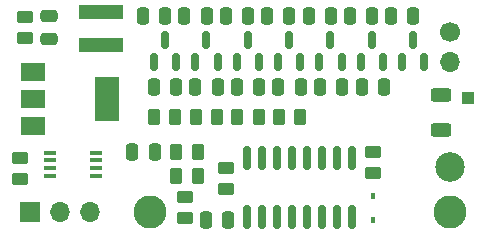
<source format=gbr>
%TF.GenerationSoftware,KiCad,Pcbnew,8.99.0-unknown-2123e2ca9c~177~ubuntu22.04.1*%
%TF.CreationDate,2024-04-04T17:44:23+09:00*%
%TF.ProjectId,SafePulse,53616665-5075-46c7-9365-2e6b69636164,V1.2.4*%
%TF.SameCoordinates,PX78d49e0PY49c7f08*%
%TF.FileFunction,Soldermask,Top*%
%TF.FilePolarity,Negative*%
%FSLAX46Y46*%
G04 Gerber Fmt 4.6, Leading zero omitted, Abs format (unit mm)*
G04 Created by KiCad (PCBNEW 8.99.0-unknown-2123e2ca9c~177~ubuntu22.04.1) date 2024-04-04 17:44:23*
%MOMM*%
%LPD*%
G01*
G04 APERTURE LIST*
G04 Aperture macros list*
%AMRoundRect*
0 Rectangle with rounded corners*
0 $1 Rounding radius*
0 $2 $3 $4 $5 $6 $7 $8 $9 X,Y pos of 4 corners*
0 Add a 4 corners polygon primitive as box body*
4,1,4,$2,$3,$4,$5,$6,$7,$8,$9,$2,$3,0*
0 Add four circle primitives for the rounded corners*
1,1,$1+$1,$2,$3*
1,1,$1+$1,$4,$5*
1,1,$1+$1,$6,$7*
1,1,$1+$1,$8,$9*
0 Add four rect primitives between the rounded corners*
20,1,$1+$1,$2,$3,$4,$5,0*
20,1,$1+$1,$4,$5,$6,$7,0*
20,1,$1+$1,$6,$7,$8,$9,0*
20,1,$1+$1,$8,$9,$2,$3,0*%
G04 Aperture macros list end*
%ADD10RoundRect,0.250000X-0.250000X-0.475000X0.250000X-0.475000X0.250000X0.475000X-0.250000X0.475000X0*%
%ADD11RoundRect,0.250000X0.450000X-0.262500X0.450000X0.262500X-0.450000X0.262500X-0.450000X-0.262500X0*%
%ADD12C,1.700000*%
%ADD13O,1.700000X1.700000*%
%ADD14C,2.500000*%
%ADD15C,2.800000*%
%ADD16RoundRect,0.150000X0.150000X-0.587500X0.150000X0.587500X-0.150000X0.587500X-0.150000X-0.587500X0*%
%ADD17RoundRect,0.250000X-0.450000X0.262500X-0.450000X-0.262500X0.450000X-0.262500X0.450000X0.262500X0*%
%ADD18RoundRect,0.250000X0.262500X0.450000X-0.262500X0.450000X-0.262500X-0.450000X0.262500X-0.450000X0*%
%ADD19RoundRect,0.250000X-0.475000X0.250000X-0.475000X-0.250000X0.475000X-0.250000X0.475000X0.250000X0*%
%ADD20R,1.700000X1.700000*%
%ADD21RoundRect,0.250000X-0.625000X0.312500X-0.625000X-0.312500X0.625000X-0.312500X0.625000X0.312500X0*%
%ADD22R,3.700000X1.200000*%
%ADD23RoundRect,0.250000X-0.262500X-0.450000X0.262500X-0.450000X0.262500X0.450000X-0.262500X0.450000X0*%
%ADD24RoundRect,0.150000X0.150000X-0.825000X0.150000X0.825000X-0.150000X0.825000X-0.150000X-0.825000X0*%
%ADD25R,2.000000X1.500000*%
%ADD26R,2.000000X3.800000*%
%ADD27R,0.450000X0.600000*%
%ADD28R,1.000000X1.000000*%
%ADD29RoundRect,0.250000X0.250000X0.475000X-0.250000X0.475000X-0.250000X-0.475000X0.250000X-0.475000X0*%
%ADD30R,1.075000X0.450000*%
G04 APERTURE END LIST*
D10*
%TO.C,C11*%
X19268666Y12315000D03*
X21168666Y12315000D03*
%TD*%
D11*
%TO.C,F1*%
X900000Y4537500D03*
X900000Y6362500D03*
%TD*%
D12*
%TO.C,two_pinheader1*%
X37360000Y17040000D03*
D13*
X37360000Y14500000D03*
%TD*%
D10*
%TO.C,C9*%
X15748333Y12315000D03*
X17648333Y12315000D03*
%TD*%
D14*
%TO.C,H2*%
X37360000Y5610000D03*
%TD*%
D15*
%TO.C,H4*%
X37360000Y1800000D03*
%TD*%
D16*
%TO.C,D8*%
X29750000Y14427500D03*
X31650000Y14427500D03*
X30700000Y16302500D03*
%TD*%
%TO.C,D4*%
X15750000Y14427500D03*
X17650000Y14427500D03*
X16700000Y16302500D03*
%TD*%
D10*
%TO.C,C12*%
X21830000Y18365000D03*
X23730000Y18365000D03*
%TD*%
%TO.C,C13*%
X22788999Y12315000D03*
X24688999Y12315000D03*
%TD*%
D17*
%TO.C,R17*%
X30820000Y6845000D03*
X30820000Y5020000D03*
%TD*%
D10*
%TO.C,C10*%
X18320000Y18355000D03*
X20220000Y18355000D03*
%TD*%
D16*
%TO.C,D3*%
X12228000Y14451500D03*
X14128000Y14451500D03*
X13178000Y16326500D03*
%TD*%
D18*
%TO.C,R8*%
X21124498Y9845000D03*
X19299498Y9845000D03*
%TD*%
D11*
%TO.C,FB2*%
X1320000Y16452500D03*
X1320000Y18277500D03*
%TD*%
D18*
%TO.C,R7*%
X24651499Y9845000D03*
X22826499Y9845000D03*
%TD*%
D17*
%TO.C,R6*%
X18320000Y5507500D03*
X18320000Y3682500D03*
%TD*%
D10*
%TO.C,C15*%
X26309332Y12315000D03*
X28209332Y12315000D03*
%TD*%
D16*
%TO.C,D6*%
X22750000Y14427500D03*
X24650000Y14427500D03*
X23700000Y16302500D03*
%TD*%
D15*
%TO.C,H1*%
X11960000Y1800000D03*
%TD*%
D16*
%TO.C,D7*%
X26250000Y14427500D03*
X28150000Y14427500D03*
X27200000Y16302500D03*
%TD*%
D10*
%TO.C,C6*%
X11330000Y18375000D03*
X13230000Y18375000D03*
%TD*%
D19*
%TO.C,C5*%
X3400000Y18315000D03*
X3400000Y16415000D03*
%TD*%
D20*
%TO.C,J1*%
X1800000Y1800000D03*
D13*
X4340000Y1800000D03*
X6880000Y1800000D03*
%TD*%
D21*
%TO.C,R1*%
X36598000Y11644500D03*
X36598000Y8719500D03*
%TD*%
D10*
%TO.C,C17*%
X29829665Y12315000D03*
X31729665Y12315000D03*
%TD*%
D18*
%TO.C,R18*%
X15982500Y4845000D03*
X14157500Y4845000D03*
%TD*%
D10*
%TO.C,C7*%
X12228000Y12315000D03*
X14128000Y12315000D03*
%TD*%
%TO.C,C14*%
X25360000Y18355000D03*
X27260000Y18355000D03*
%TD*%
D22*
%TO.C,L1*%
X7800000Y18665000D03*
X7800000Y15865000D03*
%TD*%
D11*
%TO.C,R11*%
X14850000Y1237500D03*
X14850000Y3062500D03*
%TD*%
D23*
%TO.C,R10*%
X12245500Y9845000D03*
X14070500Y9845000D03*
%TD*%
D10*
%TO.C,C18*%
X32320000Y18365000D03*
X34220000Y18365000D03*
%TD*%
D18*
%TO.C,R9*%
X17597499Y9845000D03*
X15772499Y9845000D03*
%TD*%
%TO.C,R13*%
X15982500Y6845000D03*
X14157500Y6845000D03*
%TD*%
D10*
%TO.C,C16*%
X28840000Y18365000D03*
X30740000Y18365000D03*
%TD*%
D24*
%TO.C,U4*%
X20125000Y1370000D03*
X21395000Y1370000D03*
X22665000Y1370000D03*
X23935000Y1370000D03*
X25205000Y1370000D03*
X26475000Y1370000D03*
X27745000Y1370000D03*
X29015000Y1370000D03*
X29015000Y6320000D03*
X27745000Y6320000D03*
X26475000Y6320000D03*
X25205000Y6320000D03*
X23935000Y6320000D03*
X22665000Y6320000D03*
X21395000Y6320000D03*
X20125000Y6320000D03*
%TD*%
D25*
%TO.C,Q1*%
X1976000Y13625000D03*
X1976000Y9025000D03*
D26*
X8276000Y11325000D03*
D25*
X1976000Y11325000D03*
%TD*%
D16*
%TO.C,D9*%
X33250000Y14427500D03*
X35150000Y14427500D03*
X34200000Y16302500D03*
%TD*%
D27*
%TO.C,D2*%
X30820000Y1045000D03*
X30820000Y3145000D03*
%TD*%
D28*
%TO.C,TP7*%
X38884000Y11452000D03*
%TD*%
D29*
%TO.C,C19*%
X12320000Y6845000D03*
X10420000Y6845000D03*
%TD*%
D10*
%TO.C,C8*%
X14830000Y18375000D03*
X16730000Y18375000D03*
%TD*%
D16*
%TO.C,D5*%
X19268666Y14427500D03*
X21168666Y14427500D03*
X20218666Y16302500D03*
%TD*%
D30*
%TO.C,IC1*%
X7338000Y4825000D03*
X7338000Y5475000D03*
X7338000Y6125000D03*
X7338000Y6775000D03*
X3462000Y6775000D03*
X3462000Y6125000D03*
X3462000Y5475000D03*
X3462000Y4825000D03*
%TD*%
D10*
%TO.C,C3*%
X16620000Y1095000D03*
X18520000Y1095000D03*
%TD*%
M02*

</source>
